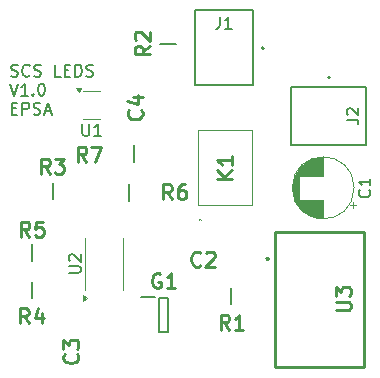
<source format=gbr>
%TF.GenerationSoftware,KiCad,Pcbnew,8.0.2*%
%TF.CreationDate,2024-06-16T16:48:48+02:00*%
%TF.ProjectId,SCS LEDs,53435320-4c45-4447-932e-6b696361645f,rev?*%
%TF.SameCoordinates,Original*%
%TF.FileFunction,Legend,Top*%
%TF.FilePolarity,Positive*%
%FSLAX46Y46*%
G04 Gerber Fmt 4.6, Leading zero omitted, Abs format (unit mm)*
G04 Created by KiCad (PCBNEW 8.0.2) date 2024-06-16 16:48:48*
%MOMM*%
%LPD*%
G01*
G04 APERTURE LIST*
%ADD10C,0.150000*%
%ADD11C,0.254000*%
%ADD12C,0.120000*%
%ADD13C,0.200000*%
%ADD14C,0.100000*%
%ADD15C,0.127000*%
G04 APERTURE END LIST*
D10*
X69605760Y-55047712D02*
X69748617Y-55095331D01*
X69748617Y-55095331D02*
X69986712Y-55095331D01*
X69986712Y-55095331D02*
X70081950Y-55047712D01*
X70081950Y-55047712D02*
X70129569Y-55000092D01*
X70129569Y-55000092D02*
X70177188Y-54904854D01*
X70177188Y-54904854D02*
X70177188Y-54809616D01*
X70177188Y-54809616D02*
X70129569Y-54714378D01*
X70129569Y-54714378D02*
X70081950Y-54666759D01*
X70081950Y-54666759D02*
X69986712Y-54619140D01*
X69986712Y-54619140D02*
X69796236Y-54571521D01*
X69796236Y-54571521D02*
X69700998Y-54523902D01*
X69700998Y-54523902D02*
X69653379Y-54476283D01*
X69653379Y-54476283D02*
X69605760Y-54381045D01*
X69605760Y-54381045D02*
X69605760Y-54285807D01*
X69605760Y-54285807D02*
X69653379Y-54190569D01*
X69653379Y-54190569D02*
X69700998Y-54142950D01*
X69700998Y-54142950D02*
X69796236Y-54095331D01*
X69796236Y-54095331D02*
X70034331Y-54095331D01*
X70034331Y-54095331D02*
X70177188Y-54142950D01*
X71177188Y-55000092D02*
X71129569Y-55047712D01*
X71129569Y-55047712D02*
X70986712Y-55095331D01*
X70986712Y-55095331D02*
X70891474Y-55095331D01*
X70891474Y-55095331D02*
X70748617Y-55047712D01*
X70748617Y-55047712D02*
X70653379Y-54952473D01*
X70653379Y-54952473D02*
X70605760Y-54857235D01*
X70605760Y-54857235D02*
X70558141Y-54666759D01*
X70558141Y-54666759D02*
X70558141Y-54523902D01*
X70558141Y-54523902D02*
X70605760Y-54333426D01*
X70605760Y-54333426D02*
X70653379Y-54238188D01*
X70653379Y-54238188D02*
X70748617Y-54142950D01*
X70748617Y-54142950D02*
X70891474Y-54095331D01*
X70891474Y-54095331D02*
X70986712Y-54095331D01*
X70986712Y-54095331D02*
X71129569Y-54142950D01*
X71129569Y-54142950D02*
X71177188Y-54190569D01*
X71558141Y-55047712D02*
X71700998Y-55095331D01*
X71700998Y-55095331D02*
X71939093Y-55095331D01*
X71939093Y-55095331D02*
X72034331Y-55047712D01*
X72034331Y-55047712D02*
X72081950Y-55000092D01*
X72081950Y-55000092D02*
X72129569Y-54904854D01*
X72129569Y-54904854D02*
X72129569Y-54809616D01*
X72129569Y-54809616D02*
X72081950Y-54714378D01*
X72081950Y-54714378D02*
X72034331Y-54666759D01*
X72034331Y-54666759D02*
X71939093Y-54619140D01*
X71939093Y-54619140D02*
X71748617Y-54571521D01*
X71748617Y-54571521D02*
X71653379Y-54523902D01*
X71653379Y-54523902D02*
X71605760Y-54476283D01*
X71605760Y-54476283D02*
X71558141Y-54381045D01*
X71558141Y-54381045D02*
X71558141Y-54285807D01*
X71558141Y-54285807D02*
X71605760Y-54190569D01*
X71605760Y-54190569D02*
X71653379Y-54142950D01*
X71653379Y-54142950D02*
X71748617Y-54095331D01*
X71748617Y-54095331D02*
X71986712Y-54095331D01*
X71986712Y-54095331D02*
X72129569Y-54142950D01*
X73796236Y-55095331D02*
X73320046Y-55095331D01*
X73320046Y-55095331D02*
X73320046Y-54095331D01*
X74129570Y-54571521D02*
X74462903Y-54571521D01*
X74605760Y-55095331D02*
X74129570Y-55095331D01*
X74129570Y-55095331D02*
X74129570Y-54095331D01*
X74129570Y-54095331D02*
X74605760Y-54095331D01*
X75034332Y-55095331D02*
X75034332Y-54095331D01*
X75034332Y-54095331D02*
X75272427Y-54095331D01*
X75272427Y-54095331D02*
X75415284Y-54142950D01*
X75415284Y-54142950D02*
X75510522Y-54238188D01*
X75510522Y-54238188D02*
X75558141Y-54333426D01*
X75558141Y-54333426D02*
X75605760Y-54523902D01*
X75605760Y-54523902D02*
X75605760Y-54666759D01*
X75605760Y-54666759D02*
X75558141Y-54857235D01*
X75558141Y-54857235D02*
X75510522Y-54952473D01*
X75510522Y-54952473D02*
X75415284Y-55047712D01*
X75415284Y-55047712D02*
X75272427Y-55095331D01*
X75272427Y-55095331D02*
X75034332Y-55095331D01*
X75986713Y-55047712D02*
X76129570Y-55095331D01*
X76129570Y-55095331D02*
X76367665Y-55095331D01*
X76367665Y-55095331D02*
X76462903Y-55047712D01*
X76462903Y-55047712D02*
X76510522Y-55000092D01*
X76510522Y-55000092D02*
X76558141Y-54904854D01*
X76558141Y-54904854D02*
X76558141Y-54809616D01*
X76558141Y-54809616D02*
X76510522Y-54714378D01*
X76510522Y-54714378D02*
X76462903Y-54666759D01*
X76462903Y-54666759D02*
X76367665Y-54619140D01*
X76367665Y-54619140D02*
X76177189Y-54571521D01*
X76177189Y-54571521D02*
X76081951Y-54523902D01*
X76081951Y-54523902D02*
X76034332Y-54476283D01*
X76034332Y-54476283D02*
X75986713Y-54381045D01*
X75986713Y-54381045D02*
X75986713Y-54285807D01*
X75986713Y-54285807D02*
X76034332Y-54190569D01*
X76034332Y-54190569D02*
X76081951Y-54142950D01*
X76081951Y-54142950D02*
X76177189Y-54095331D01*
X76177189Y-54095331D02*
X76415284Y-54095331D01*
X76415284Y-54095331D02*
X76558141Y-54142950D01*
X69510522Y-55705275D02*
X69843855Y-56705275D01*
X69843855Y-56705275D02*
X70177188Y-55705275D01*
X71034331Y-56705275D02*
X70462903Y-56705275D01*
X70748617Y-56705275D02*
X70748617Y-55705275D01*
X70748617Y-55705275D02*
X70653379Y-55848132D01*
X70653379Y-55848132D02*
X70558141Y-55943370D01*
X70558141Y-55943370D02*
X70462903Y-55990989D01*
X71462903Y-56610036D02*
X71510522Y-56657656D01*
X71510522Y-56657656D02*
X71462903Y-56705275D01*
X71462903Y-56705275D02*
X71415284Y-56657656D01*
X71415284Y-56657656D02*
X71462903Y-56610036D01*
X71462903Y-56610036D02*
X71462903Y-56705275D01*
X72129569Y-55705275D02*
X72224807Y-55705275D01*
X72224807Y-55705275D02*
X72320045Y-55752894D01*
X72320045Y-55752894D02*
X72367664Y-55800513D01*
X72367664Y-55800513D02*
X72415283Y-55895751D01*
X72415283Y-55895751D02*
X72462902Y-56086227D01*
X72462902Y-56086227D02*
X72462902Y-56324322D01*
X72462902Y-56324322D02*
X72415283Y-56514798D01*
X72415283Y-56514798D02*
X72367664Y-56610036D01*
X72367664Y-56610036D02*
X72320045Y-56657656D01*
X72320045Y-56657656D02*
X72224807Y-56705275D01*
X72224807Y-56705275D02*
X72129569Y-56705275D01*
X72129569Y-56705275D02*
X72034331Y-56657656D01*
X72034331Y-56657656D02*
X71986712Y-56610036D01*
X71986712Y-56610036D02*
X71939093Y-56514798D01*
X71939093Y-56514798D02*
X71891474Y-56324322D01*
X71891474Y-56324322D02*
X71891474Y-56086227D01*
X71891474Y-56086227D02*
X71939093Y-55895751D01*
X71939093Y-55895751D02*
X71986712Y-55800513D01*
X71986712Y-55800513D02*
X72034331Y-55752894D01*
X72034331Y-55752894D02*
X72129569Y-55705275D01*
X69653379Y-57791409D02*
X69986712Y-57791409D01*
X70129569Y-58315219D02*
X69653379Y-58315219D01*
X69653379Y-58315219D02*
X69653379Y-57315219D01*
X69653379Y-57315219D02*
X70129569Y-57315219D01*
X70558141Y-58315219D02*
X70558141Y-57315219D01*
X70558141Y-57315219D02*
X70939093Y-57315219D01*
X70939093Y-57315219D02*
X71034331Y-57362838D01*
X71034331Y-57362838D02*
X71081950Y-57410457D01*
X71081950Y-57410457D02*
X71129569Y-57505695D01*
X71129569Y-57505695D02*
X71129569Y-57648552D01*
X71129569Y-57648552D02*
X71081950Y-57743790D01*
X71081950Y-57743790D02*
X71034331Y-57791409D01*
X71034331Y-57791409D02*
X70939093Y-57839028D01*
X70939093Y-57839028D02*
X70558141Y-57839028D01*
X71510522Y-58267600D02*
X71653379Y-58315219D01*
X71653379Y-58315219D02*
X71891474Y-58315219D01*
X71891474Y-58315219D02*
X71986712Y-58267600D01*
X71986712Y-58267600D02*
X72034331Y-58219980D01*
X72034331Y-58219980D02*
X72081950Y-58124742D01*
X72081950Y-58124742D02*
X72081950Y-58029504D01*
X72081950Y-58029504D02*
X72034331Y-57934266D01*
X72034331Y-57934266D02*
X71986712Y-57886647D01*
X71986712Y-57886647D02*
X71891474Y-57839028D01*
X71891474Y-57839028D02*
X71700998Y-57791409D01*
X71700998Y-57791409D02*
X71605760Y-57743790D01*
X71605760Y-57743790D02*
X71558141Y-57696171D01*
X71558141Y-57696171D02*
X71510522Y-57600933D01*
X71510522Y-57600933D02*
X71510522Y-57505695D01*
X71510522Y-57505695D02*
X71558141Y-57410457D01*
X71558141Y-57410457D02*
X71605760Y-57362838D01*
X71605760Y-57362838D02*
X71700998Y-57315219D01*
X71700998Y-57315219D02*
X71939093Y-57315219D01*
X71939093Y-57315219D02*
X72081950Y-57362838D01*
X72462903Y-58029504D02*
X72939093Y-58029504D01*
X72367665Y-58315219D02*
X72700998Y-57315219D01*
X72700998Y-57315219D02*
X73034331Y-58315219D01*
X74499819Y-71704504D02*
X75309342Y-71704504D01*
X75309342Y-71704504D02*
X75404580Y-71656885D01*
X75404580Y-71656885D02*
X75452200Y-71609266D01*
X75452200Y-71609266D02*
X75499819Y-71514028D01*
X75499819Y-71514028D02*
X75499819Y-71323552D01*
X75499819Y-71323552D02*
X75452200Y-71228314D01*
X75452200Y-71228314D02*
X75404580Y-71180695D01*
X75404580Y-71180695D02*
X75309342Y-71133076D01*
X75309342Y-71133076D02*
X74499819Y-71133076D01*
X74595057Y-70704504D02*
X74547438Y-70656885D01*
X74547438Y-70656885D02*
X74499819Y-70561647D01*
X74499819Y-70561647D02*
X74499819Y-70323552D01*
X74499819Y-70323552D02*
X74547438Y-70228314D01*
X74547438Y-70228314D02*
X74595057Y-70180695D01*
X74595057Y-70180695D02*
X74690295Y-70133076D01*
X74690295Y-70133076D02*
X74785533Y-70133076D01*
X74785533Y-70133076D02*
X74928390Y-70180695D01*
X74928390Y-70180695D02*
X75499819Y-70752123D01*
X75499819Y-70752123D02*
X75499819Y-70133076D01*
D11*
X88065234Y-76520318D02*
X87641900Y-75915556D01*
X87339519Y-76520318D02*
X87339519Y-75250318D01*
X87339519Y-75250318D02*
X87823329Y-75250318D01*
X87823329Y-75250318D02*
X87944281Y-75310794D01*
X87944281Y-75310794D02*
X88004758Y-75371270D01*
X88004758Y-75371270D02*
X88065234Y-75492222D01*
X88065234Y-75492222D02*
X88065234Y-75673651D01*
X88065234Y-75673651D02*
X88004758Y-75794603D01*
X88004758Y-75794603D02*
X87944281Y-75855080D01*
X87944281Y-75855080D02*
X87823329Y-75915556D01*
X87823329Y-75915556D02*
X87339519Y-75915556D01*
X89274758Y-76520318D02*
X88549043Y-76520318D01*
X88911900Y-76520318D02*
X88911900Y-75250318D01*
X88911900Y-75250318D02*
X88790948Y-75431746D01*
X88790948Y-75431746D02*
X88669996Y-75552699D01*
X88669996Y-75552699D02*
X88549043Y-75613175D01*
D10*
X99927580Y-64682666D02*
X99975200Y-64730285D01*
X99975200Y-64730285D02*
X100022819Y-64873142D01*
X100022819Y-64873142D02*
X100022819Y-64968380D01*
X100022819Y-64968380D02*
X99975200Y-65111237D01*
X99975200Y-65111237D02*
X99879961Y-65206475D01*
X99879961Y-65206475D02*
X99784723Y-65254094D01*
X99784723Y-65254094D02*
X99594247Y-65301713D01*
X99594247Y-65301713D02*
X99451390Y-65301713D01*
X99451390Y-65301713D02*
X99260914Y-65254094D01*
X99260914Y-65254094D02*
X99165676Y-65206475D01*
X99165676Y-65206475D02*
X99070438Y-65111237D01*
X99070438Y-65111237D02*
X99022819Y-64968380D01*
X99022819Y-64968380D02*
X99022819Y-64873142D01*
X99022819Y-64873142D02*
X99070438Y-64730285D01*
X99070438Y-64730285D02*
X99118057Y-64682666D01*
X100022819Y-63730285D02*
X100022819Y-64301713D01*
X100022819Y-64015999D02*
X99022819Y-64015999D01*
X99022819Y-64015999D02*
X99165676Y-64111237D01*
X99165676Y-64111237D02*
X99260914Y-64206475D01*
X99260914Y-64206475D02*
X99308533Y-64301713D01*
D11*
X72864133Y-63312318D02*
X72440799Y-62707556D01*
X72138418Y-63312318D02*
X72138418Y-62042318D01*
X72138418Y-62042318D02*
X72622228Y-62042318D01*
X72622228Y-62042318D02*
X72743180Y-62102794D01*
X72743180Y-62102794D02*
X72803657Y-62163270D01*
X72803657Y-62163270D02*
X72864133Y-62284222D01*
X72864133Y-62284222D02*
X72864133Y-62465651D01*
X72864133Y-62465651D02*
X72803657Y-62586603D01*
X72803657Y-62586603D02*
X72743180Y-62647080D01*
X72743180Y-62647080D02*
X72622228Y-62707556D01*
X72622228Y-62707556D02*
X72138418Y-62707556D01*
X73287466Y-62042318D02*
X74073657Y-62042318D01*
X74073657Y-62042318D02*
X73650323Y-62526127D01*
X73650323Y-62526127D02*
X73831752Y-62526127D01*
X73831752Y-62526127D02*
X73952704Y-62586603D01*
X73952704Y-62586603D02*
X74013180Y-62647080D01*
X74013180Y-62647080D02*
X74073657Y-62768032D01*
X74073657Y-62768032D02*
X74073657Y-63070413D01*
X74073657Y-63070413D02*
X74013180Y-63191365D01*
X74013180Y-63191365D02*
X73952704Y-63251842D01*
X73952704Y-63251842D02*
X73831752Y-63312318D01*
X73831752Y-63312318D02*
X73468895Y-63312318D01*
X73468895Y-63312318D02*
X73347942Y-63251842D01*
X73347942Y-63251842D02*
X73287466Y-63191365D01*
X88331318Y-63757381D02*
X87061318Y-63757381D01*
X88331318Y-63031666D02*
X87605603Y-63575952D01*
X87061318Y-63031666D02*
X87787032Y-63757381D01*
X88331318Y-61822142D02*
X88331318Y-62547857D01*
X88331318Y-62185000D02*
X87061318Y-62185000D01*
X87061318Y-62185000D02*
X87242746Y-62305952D01*
X87242746Y-62305952D02*
X87363699Y-62426904D01*
X87363699Y-62426904D02*
X87424175Y-62547857D01*
X82247857Y-71793755D02*
X82126904Y-71733279D01*
X82126904Y-71733279D02*
X81945476Y-71733279D01*
X81945476Y-71733279D02*
X81764047Y-71793755D01*
X81764047Y-71793755D02*
X81643095Y-71914707D01*
X81643095Y-71914707D02*
X81582618Y-72035660D01*
X81582618Y-72035660D02*
X81522142Y-72277564D01*
X81522142Y-72277564D02*
X81522142Y-72458993D01*
X81522142Y-72458993D02*
X81582618Y-72700898D01*
X81582618Y-72700898D02*
X81643095Y-72821850D01*
X81643095Y-72821850D02*
X81764047Y-72942803D01*
X81764047Y-72942803D02*
X81945476Y-73003279D01*
X81945476Y-73003279D02*
X82066428Y-73003279D01*
X82066428Y-73003279D02*
X82247857Y-72942803D01*
X82247857Y-72942803D02*
X82308333Y-72882326D01*
X82308333Y-72882326D02*
X82308333Y-72458993D01*
X82308333Y-72458993D02*
X82066428Y-72458993D01*
X83517857Y-73003279D02*
X82792142Y-73003279D01*
X83154999Y-73003279D02*
X83154999Y-71733279D01*
X83154999Y-71733279D02*
X83034047Y-71914707D01*
X83034047Y-71914707D02*
X82913095Y-72035660D01*
X82913095Y-72035660D02*
X82792142Y-72096136D01*
D10*
X87296666Y-50051619D02*
X87296666Y-50765904D01*
X87296666Y-50765904D02*
X87249047Y-50908761D01*
X87249047Y-50908761D02*
X87153809Y-51004000D01*
X87153809Y-51004000D02*
X87010952Y-51051619D01*
X87010952Y-51051619D02*
X86915714Y-51051619D01*
X88296666Y-51051619D02*
X87725238Y-51051619D01*
X88010952Y-51051619D02*
X88010952Y-50051619D01*
X88010952Y-50051619D02*
X87915714Y-50194476D01*
X87915714Y-50194476D02*
X87820476Y-50289714D01*
X87820476Y-50289714D02*
X87725238Y-50337333D01*
D11*
X80615765Y-57920466D02*
X80676242Y-57980942D01*
X80676242Y-57980942D02*
X80736718Y-58162371D01*
X80736718Y-58162371D02*
X80736718Y-58283323D01*
X80736718Y-58283323D02*
X80676242Y-58464752D01*
X80676242Y-58464752D02*
X80555289Y-58585704D01*
X80555289Y-58585704D02*
X80434337Y-58646181D01*
X80434337Y-58646181D02*
X80192432Y-58706657D01*
X80192432Y-58706657D02*
X80011003Y-58706657D01*
X80011003Y-58706657D02*
X79769099Y-58646181D01*
X79769099Y-58646181D02*
X79648146Y-58585704D01*
X79648146Y-58585704D02*
X79527194Y-58464752D01*
X79527194Y-58464752D02*
X79466718Y-58283323D01*
X79466718Y-58283323D02*
X79466718Y-58162371D01*
X79466718Y-58162371D02*
X79527194Y-57980942D01*
X79527194Y-57980942D02*
X79587670Y-57920466D01*
X79890051Y-56831895D02*
X80736718Y-56831895D01*
X79406242Y-57134276D02*
X80313384Y-57436657D01*
X80313384Y-57436657D02*
X80313384Y-56650466D01*
X71150432Y-68646318D02*
X70727098Y-68041556D01*
X70424717Y-68646318D02*
X70424717Y-67376318D01*
X70424717Y-67376318D02*
X70908527Y-67376318D01*
X70908527Y-67376318D02*
X71029479Y-67436794D01*
X71029479Y-67436794D02*
X71089956Y-67497270D01*
X71089956Y-67497270D02*
X71150432Y-67618222D01*
X71150432Y-67618222D02*
X71150432Y-67799651D01*
X71150432Y-67799651D02*
X71089956Y-67920603D01*
X71089956Y-67920603D02*
X71029479Y-67981080D01*
X71029479Y-67981080D02*
X70908527Y-68041556D01*
X70908527Y-68041556D02*
X70424717Y-68041556D01*
X72299479Y-67376318D02*
X71694717Y-67376318D01*
X71694717Y-67376318D02*
X71634241Y-67981080D01*
X71634241Y-67981080D02*
X71694717Y-67920603D01*
X71694717Y-67920603D02*
X71815670Y-67860127D01*
X71815670Y-67860127D02*
X72118051Y-67860127D01*
X72118051Y-67860127D02*
X72239003Y-67920603D01*
X72239003Y-67920603D02*
X72299479Y-67981080D01*
X72299479Y-67981080D02*
X72359956Y-68102032D01*
X72359956Y-68102032D02*
X72359956Y-68404413D01*
X72359956Y-68404413D02*
X72299479Y-68525365D01*
X72299479Y-68525365D02*
X72239003Y-68585842D01*
X72239003Y-68585842D02*
X72118051Y-68646318D01*
X72118051Y-68646318D02*
X71815670Y-68646318D01*
X71815670Y-68646318D02*
X71694717Y-68585842D01*
X71694717Y-68585842D02*
X71634241Y-68525365D01*
X71111533Y-75986918D02*
X70688199Y-75382156D01*
X70385818Y-75986918D02*
X70385818Y-74716918D01*
X70385818Y-74716918D02*
X70869628Y-74716918D01*
X70869628Y-74716918D02*
X70990580Y-74777394D01*
X70990580Y-74777394D02*
X71051057Y-74837870D01*
X71051057Y-74837870D02*
X71111533Y-74958822D01*
X71111533Y-74958822D02*
X71111533Y-75140251D01*
X71111533Y-75140251D02*
X71051057Y-75261203D01*
X71051057Y-75261203D02*
X70990580Y-75321680D01*
X70990580Y-75321680D02*
X70869628Y-75382156D01*
X70869628Y-75382156D02*
X70385818Y-75382156D01*
X72200104Y-75140251D02*
X72200104Y-75986918D01*
X71897723Y-74656442D02*
X71595342Y-75563584D01*
X71595342Y-75563584D02*
X72381533Y-75563584D01*
X75180165Y-78570666D02*
X75240642Y-78631142D01*
X75240642Y-78631142D02*
X75301118Y-78812571D01*
X75301118Y-78812571D02*
X75301118Y-78933523D01*
X75301118Y-78933523D02*
X75240642Y-79114952D01*
X75240642Y-79114952D02*
X75119689Y-79235904D01*
X75119689Y-79235904D02*
X74998737Y-79296381D01*
X74998737Y-79296381D02*
X74756832Y-79356857D01*
X74756832Y-79356857D02*
X74575403Y-79356857D01*
X74575403Y-79356857D02*
X74333499Y-79296381D01*
X74333499Y-79296381D02*
X74212546Y-79235904D01*
X74212546Y-79235904D02*
X74091594Y-79114952D01*
X74091594Y-79114952D02*
X74031118Y-78933523D01*
X74031118Y-78933523D02*
X74031118Y-78812571D01*
X74031118Y-78812571D02*
X74091594Y-78631142D01*
X74091594Y-78631142D02*
X74152070Y-78570666D01*
X74031118Y-78147333D02*
X74031118Y-77361142D01*
X74031118Y-77361142D02*
X74514927Y-77784476D01*
X74514927Y-77784476D02*
X74514927Y-77603047D01*
X74514927Y-77603047D02*
X74575403Y-77482095D01*
X74575403Y-77482095D02*
X74635880Y-77421619D01*
X74635880Y-77421619D02*
X74756832Y-77361142D01*
X74756832Y-77361142D02*
X75059213Y-77361142D01*
X75059213Y-77361142D02*
X75180165Y-77421619D01*
X75180165Y-77421619D02*
X75240642Y-77482095D01*
X75240642Y-77482095D02*
X75301118Y-77603047D01*
X75301118Y-77603047D02*
X75301118Y-77965904D01*
X75301118Y-77965904D02*
X75240642Y-78086857D01*
X75240642Y-78086857D02*
X75180165Y-78147333D01*
X75988333Y-62296318D02*
X75564999Y-61691556D01*
X75262618Y-62296318D02*
X75262618Y-61026318D01*
X75262618Y-61026318D02*
X75746428Y-61026318D01*
X75746428Y-61026318D02*
X75867380Y-61086794D01*
X75867380Y-61086794D02*
X75927857Y-61147270D01*
X75927857Y-61147270D02*
X75988333Y-61268222D01*
X75988333Y-61268222D02*
X75988333Y-61449651D01*
X75988333Y-61449651D02*
X75927857Y-61570603D01*
X75927857Y-61570603D02*
X75867380Y-61631080D01*
X75867380Y-61631080D02*
X75746428Y-61691556D01*
X75746428Y-61691556D02*
X75262618Y-61691556D01*
X76411666Y-61026318D02*
X77258333Y-61026318D01*
X77258333Y-61026318D02*
X76714047Y-62296318D01*
X85640333Y-71065365D02*
X85579857Y-71125842D01*
X85579857Y-71125842D02*
X85398428Y-71186318D01*
X85398428Y-71186318D02*
X85277476Y-71186318D01*
X85277476Y-71186318D02*
X85096047Y-71125842D01*
X85096047Y-71125842D02*
X84975095Y-71004889D01*
X84975095Y-71004889D02*
X84914618Y-70883937D01*
X84914618Y-70883937D02*
X84854142Y-70642032D01*
X84854142Y-70642032D02*
X84854142Y-70460603D01*
X84854142Y-70460603D02*
X84914618Y-70218699D01*
X84914618Y-70218699D02*
X84975095Y-70097746D01*
X84975095Y-70097746D02*
X85096047Y-69976794D01*
X85096047Y-69976794D02*
X85277476Y-69916318D01*
X85277476Y-69916318D02*
X85398428Y-69916318D01*
X85398428Y-69916318D02*
X85579857Y-69976794D01*
X85579857Y-69976794D02*
X85640333Y-70037270D01*
X86124142Y-70037270D02*
X86184618Y-69976794D01*
X86184618Y-69976794D02*
X86305571Y-69916318D01*
X86305571Y-69916318D02*
X86607952Y-69916318D01*
X86607952Y-69916318D02*
X86728904Y-69976794D01*
X86728904Y-69976794D02*
X86789380Y-70037270D01*
X86789380Y-70037270D02*
X86849857Y-70158222D01*
X86849857Y-70158222D02*
X86849857Y-70279175D01*
X86849857Y-70279175D02*
X86789380Y-70460603D01*
X86789380Y-70460603D02*
X86063666Y-71186318D01*
X86063666Y-71186318D02*
X86849857Y-71186318D01*
D10*
X98006819Y-58753333D02*
X98721104Y-58753333D01*
X98721104Y-58753333D02*
X98863961Y-58800952D01*
X98863961Y-58800952D02*
X98959200Y-58896190D01*
X98959200Y-58896190D02*
X99006819Y-59039047D01*
X99006819Y-59039047D02*
X99006819Y-59134285D01*
X98102057Y-58324761D02*
X98054438Y-58277142D01*
X98054438Y-58277142D02*
X98006819Y-58181904D01*
X98006819Y-58181904D02*
X98006819Y-57943809D01*
X98006819Y-57943809D02*
X98054438Y-57848571D01*
X98054438Y-57848571D02*
X98102057Y-57800952D01*
X98102057Y-57800952D02*
X98197295Y-57753333D01*
X98197295Y-57753333D02*
X98292533Y-57753333D01*
X98292533Y-57753333D02*
X98435390Y-57800952D01*
X98435390Y-57800952D02*
X99006819Y-58372380D01*
X99006819Y-58372380D02*
X99006819Y-57753333D01*
D11*
X81346318Y-52498365D02*
X80741556Y-52921699D01*
X81346318Y-53224080D02*
X80076318Y-53224080D01*
X80076318Y-53224080D02*
X80076318Y-52740270D01*
X80076318Y-52740270D02*
X80136794Y-52619318D01*
X80136794Y-52619318D02*
X80197270Y-52558841D01*
X80197270Y-52558841D02*
X80318222Y-52498365D01*
X80318222Y-52498365D02*
X80499651Y-52498365D01*
X80499651Y-52498365D02*
X80620603Y-52558841D01*
X80620603Y-52558841D02*
X80681080Y-52619318D01*
X80681080Y-52619318D02*
X80741556Y-52740270D01*
X80741556Y-52740270D02*
X80741556Y-53224080D01*
X80197270Y-52014556D02*
X80136794Y-51954080D01*
X80136794Y-51954080D02*
X80076318Y-51833127D01*
X80076318Y-51833127D02*
X80076318Y-51530746D01*
X80076318Y-51530746D02*
X80136794Y-51409794D01*
X80136794Y-51409794D02*
X80197270Y-51349318D01*
X80197270Y-51349318D02*
X80318222Y-51288841D01*
X80318222Y-51288841D02*
X80439175Y-51288841D01*
X80439175Y-51288841D02*
X80620603Y-51349318D01*
X80620603Y-51349318D02*
X81346318Y-52075032D01*
X81346318Y-52075032D02*
X81346318Y-51288841D01*
X83227333Y-65471318D02*
X82803999Y-64866556D01*
X82501618Y-65471318D02*
X82501618Y-64201318D01*
X82501618Y-64201318D02*
X82985428Y-64201318D01*
X82985428Y-64201318D02*
X83106380Y-64261794D01*
X83106380Y-64261794D02*
X83166857Y-64322270D01*
X83166857Y-64322270D02*
X83227333Y-64443222D01*
X83227333Y-64443222D02*
X83227333Y-64624651D01*
X83227333Y-64624651D02*
X83166857Y-64745603D01*
X83166857Y-64745603D02*
X83106380Y-64806080D01*
X83106380Y-64806080D02*
X82985428Y-64866556D01*
X82985428Y-64866556D02*
X82501618Y-64866556D01*
X84315904Y-64201318D02*
X84073999Y-64201318D01*
X84073999Y-64201318D02*
X83953047Y-64261794D01*
X83953047Y-64261794D02*
X83892571Y-64322270D01*
X83892571Y-64322270D02*
X83771618Y-64503699D01*
X83771618Y-64503699D02*
X83711142Y-64745603D01*
X83711142Y-64745603D02*
X83711142Y-65229413D01*
X83711142Y-65229413D02*
X83771618Y-65350365D01*
X83771618Y-65350365D02*
X83832095Y-65410842D01*
X83832095Y-65410842D02*
X83953047Y-65471318D01*
X83953047Y-65471318D02*
X84194952Y-65471318D01*
X84194952Y-65471318D02*
X84315904Y-65410842D01*
X84315904Y-65410842D02*
X84376380Y-65350365D01*
X84376380Y-65350365D02*
X84436857Y-65229413D01*
X84436857Y-65229413D02*
X84436857Y-64927032D01*
X84436857Y-64927032D02*
X84376380Y-64806080D01*
X84376380Y-64806080D02*
X84315904Y-64745603D01*
X84315904Y-64745603D02*
X84194952Y-64685127D01*
X84194952Y-64685127D02*
X83953047Y-64685127D01*
X83953047Y-64685127D02*
X83832095Y-64745603D01*
X83832095Y-64745603D02*
X83771618Y-64806080D01*
X83771618Y-64806080D02*
X83711142Y-64927032D01*
X97094318Y-74881619D02*
X98122413Y-74881619D01*
X98122413Y-74881619D02*
X98243365Y-74821142D01*
X98243365Y-74821142D02*
X98303842Y-74760666D01*
X98303842Y-74760666D02*
X98364318Y-74639714D01*
X98364318Y-74639714D02*
X98364318Y-74397809D01*
X98364318Y-74397809D02*
X98303842Y-74276857D01*
X98303842Y-74276857D02*
X98243365Y-74216380D01*
X98243365Y-74216380D02*
X98122413Y-74155904D01*
X98122413Y-74155904D02*
X97094318Y-74155904D01*
X97094318Y-73672095D02*
X97094318Y-72885904D01*
X97094318Y-72885904D02*
X97578127Y-73309238D01*
X97578127Y-73309238D02*
X97578127Y-73127809D01*
X97578127Y-73127809D02*
X97638603Y-73006857D01*
X97638603Y-73006857D02*
X97699080Y-72946381D01*
X97699080Y-72946381D02*
X97820032Y-72885904D01*
X97820032Y-72885904D02*
X98122413Y-72885904D01*
X98122413Y-72885904D02*
X98243365Y-72946381D01*
X98243365Y-72946381D02*
X98303842Y-73006857D01*
X98303842Y-73006857D02*
X98364318Y-73127809D01*
X98364318Y-73127809D02*
X98364318Y-73490666D01*
X98364318Y-73490666D02*
X98303842Y-73611619D01*
X98303842Y-73611619D02*
X98243365Y-73672095D01*
D10*
X75641295Y-59094019D02*
X75641295Y-59903542D01*
X75641295Y-59903542D02*
X75688914Y-59998780D01*
X75688914Y-59998780D02*
X75736533Y-60046400D01*
X75736533Y-60046400D02*
X75831771Y-60094019D01*
X75831771Y-60094019D02*
X76022247Y-60094019D01*
X76022247Y-60094019D02*
X76117485Y-60046400D01*
X76117485Y-60046400D02*
X76165104Y-59998780D01*
X76165104Y-59998780D02*
X76212723Y-59903542D01*
X76212723Y-59903542D02*
X76212723Y-59094019D01*
X77212723Y-60094019D02*
X76641295Y-60094019D01*
X76927009Y-60094019D02*
X76927009Y-59094019D01*
X76927009Y-59094019D02*
X76831771Y-59236876D01*
X76831771Y-59236876D02*
X76736533Y-59332114D01*
X76736533Y-59332114D02*
X76641295Y-59379733D01*
D12*
%TO.C,U2*%
X75885000Y-70942600D02*
X75885000Y-68742600D01*
X75885000Y-70942600D02*
X75885000Y-73142600D01*
X79105000Y-70942600D02*
X79105000Y-68742600D01*
X79105000Y-70942600D02*
X79105000Y-73142600D01*
X76060000Y-73842600D02*
X75730000Y-74082600D01*
X75730000Y-73602600D01*
X76060000Y-73842600D01*
G36*
X76060000Y-73842600D02*
G01*
X75730000Y-74082600D01*
X75730000Y-73602600D01*
X76060000Y-73842600D01*
G37*
D13*
%TO.C,R1*%
X88265000Y-74360000D02*
X88265000Y-72960000D01*
D12*
%TO.C,C1*%
X93427000Y-64800000D02*
X93427000Y-64232000D01*
X93467000Y-65034000D02*
X93467000Y-63998000D01*
X93507000Y-65193000D02*
X93507000Y-63839000D01*
X93547000Y-65321000D02*
X93547000Y-63711000D01*
X93587000Y-65431000D02*
X93587000Y-63601000D01*
X93627000Y-65527000D02*
X93627000Y-63505000D01*
X93667000Y-65614000D02*
X93667000Y-63418000D01*
X93707000Y-65694000D02*
X93707000Y-63338000D01*
X93747000Y-65767000D02*
X93747000Y-63265000D01*
X93787000Y-65835000D02*
X93787000Y-63197000D01*
X93827000Y-65899000D02*
X93827000Y-63133000D01*
X93867000Y-65959000D02*
X93867000Y-63073000D01*
X93907000Y-66016000D02*
X93907000Y-63016000D01*
X93947000Y-66070000D02*
X93947000Y-62962000D01*
X93987000Y-66121000D02*
X93987000Y-62911000D01*
X94027000Y-63476000D02*
X94027000Y-62863000D01*
X94027000Y-66169000D02*
X94027000Y-65556000D01*
X94067000Y-63476000D02*
X94067000Y-62817000D01*
X94067000Y-66215000D02*
X94067000Y-65556000D01*
X94107000Y-63476000D02*
X94107000Y-62773000D01*
X94107000Y-66259000D02*
X94107000Y-65556000D01*
X94147000Y-63476000D02*
X94147000Y-62731000D01*
X94147000Y-66301000D02*
X94147000Y-65556000D01*
X94187000Y-63476000D02*
X94187000Y-62690000D01*
X94187000Y-66342000D02*
X94187000Y-65556000D01*
X94227000Y-63476000D02*
X94227000Y-62652000D01*
X94227000Y-66380000D02*
X94227000Y-65556000D01*
X94267000Y-63476000D02*
X94267000Y-62615000D01*
X94267000Y-66417000D02*
X94267000Y-65556000D01*
X94307000Y-63476000D02*
X94307000Y-62579000D01*
X94307000Y-66453000D02*
X94307000Y-65556000D01*
X94347000Y-63476000D02*
X94347000Y-62545000D01*
X94347000Y-66487000D02*
X94347000Y-65556000D01*
X94387000Y-63476000D02*
X94387000Y-62512000D01*
X94387000Y-66520000D02*
X94387000Y-65556000D01*
X94427000Y-63476000D02*
X94427000Y-62481000D01*
X94427000Y-66551000D02*
X94427000Y-65556000D01*
X94467000Y-63476000D02*
X94467000Y-62451000D01*
X94467000Y-66581000D02*
X94467000Y-65556000D01*
X94507000Y-63476000D02*
X94507000Y-62421000D01*
X94507000Y-66611000D02*
X94507000Y-65556000D01*
X94547000Y-63476000D02*
X94547000Y-62394000D01*
X94547000Y-66638000D02*
X94547000Y-65556000D01*
X94587000Y-63476000D02*
X94587000Y-62367000D01*
X94587000Y-66665000D02*
X94587000Y-65556000D01*
X94627000Y-63476000D02*
X94627000Y-62341000D01*
X94627000Y-66691000D02*
X94627000Y-65556000D01*
X94667000Y-63476000D02*
X94667000Y-62316000D01*
X94667000Y-66716000D02*
X94667000Y-65556000D01*
X94707000Y-63476000D02*
X94707000Y-62292000D01*
X94707000Y-66740000D02*
X94707000Y-65556000D01*
X94747000Y-63476000D02*
X94747000Y-62269000D01*
X94747000Y-66763000D02*
X94747000Y-65556000D01*
X94787000Y-63476000D02*
X94787000Y-62248000D01*
X94787000Y-66784000D02*
X94787000Y-65556000D01*
X94827000Y-63476000D02*
X94827000Y-62226000D01*
X94827000Y-66806000D02*
X94827000Y-65556000D01*
X94867000Y-63476000D02*
X94867000Y-62206000D01*
X94867000Y-66826000D02*
X94867000Y-65556000D01*
X94907000Y-63476000D02*
X94907000Y-62187000D01*
X94907000Y-66845000D02*
X94907000Y-65556000D01*
X94947000Y-63476000D02*
X94947000Y-62168000D01*
X94947000Y-66864000D02*
X94947000Y-65556000D01*
X94987000Y-63476000D02*
X94987000Y-62151000D01*
X94987000Y-66881000D02*
X94987000Y-65556000D01*
X95027000Y-63476000D02*
X95027000Y-62134000D01*
X95027000Y-66898000D02*
X95027000Y-65556000D01*
X95067000Y-63476000D02*
X95067000Y-62118000D01*
X95067000Y-66914000D02*
X95067000Y-65556000D01*
X95107000Y-63476000D02*
X95107000Y-62102000D01*
X95107000Y-66930000D02*
X95107000Y-65556000D01*
X95147000Y-63476000D02*
X95147000Y-62088000D01*
X95147000Y-66944000D02*
X95147000Y-65556000D01*
X95187000Y-63476000D02*
X95187000Y-62074000D01*
X95187000Y-66958000D02*
X95187000Y-65556000D01*
X95227000Y-63476000D02*
X95227000Y-62061000D01*
X95227000Y-66971000D02*
X95227000Y-65556000D01*
X95267000Y-63476000D02*
X95267000Y-62048000D01*
X95267000Y-66984000D02*
X95267000Y-65556000D01*
X95307000Y-63476000D02*
X95307000Y-62036000D01*
X95307000Y-66996000D02*
X95307000Y-65556000D01*
X95348000Y-63476000D02*
X95348000Y-62025000D01*
X95348000Y-67007000D02*
X95348000Y-65556000D01*
X95388000Y-63476000D02*
X95388000Y-62015000D01*
X95388000Y-67017000D02*
X95388000Y-65556000D01*
X95428000Y-63476000D02*
X95428000Y-62005000D01*
X95428000Y-67027000D02*
X95428000Y-65556000D01*
X95468000Y-63476000D02*
X95468000Y-61996000D01*
X95468000Y-67036000D02*
X95468000Y-65556000D01*
X95508000Y-63476000D02*
X95508000Y-61988000D01*
X95508000Y-67044000D02*
X95508000Y-65556000D01*
X95548000Y-63476000D02*
X95548000Y-61980000D01*
X95548000Y-67052000D02*
X95548000Y-65556000D01*
X95588000Y-63476000D02*
X95588000Y-61973000D01*
X95588000Y-67059000D02*
X95588000Y-65556000D01*
X95628000Y-63476000D02*
X95628000Y-61966000D01*
X95628000Y-67066000D02*
X95628000Y-65556000D01*
X95668000Y-63476000D02*
X95668000Y-61960000D01*
X95668000Y-67072000D02*
X95668000Y-65556000D01*
X95708000Y-63476000D02*
X95708000Y-61955000D01*
X95708000Y-67077000D02*
X95708000Y-65556000D01*
X95748000Y-63476000D02*
X95748000Y-61951000D01*
X95748000Y-67081000D02*
X95748000Y-65556000D01*
X95788000Y-63476000D02*
X95788000Y-61947000D01*
X95788000Y-67085000D02*
X95788000Y-65556000D01*
X95828000Y-63476000D02*
X95828000Y-61943000D01*
X95828000Y-67089000D02*
X95828000Y-65556000D01*
X95868000Y-63476000D02*
X95868000Y-61940000D01*
X95868000Y-67092000D02*
X95868000Y-65556000D01*
X95908000Y-63476000D02*
X95908000Y-61938000D01*
X95908000Y-67094000D02*
X95908000Y-65556000D01*
X95948000Y-63476000D02*
X95948000Y-61937000D01*
X95948000Y-67095000D02*
X95948000Y-65556000D01*
X95988000Y-63476000D02*
X95988000Y-61936000D01*
X95988000Y-67096000D02*
X95988000Y-65556000D01*
X96028000Y-63476000D02*
X96028000Y-61936000D01*
X96028000Y-67096000D02*
X96028000Y-65556000D01*
X98582775Y-66241000D02*
X98582775Y-65741000D01*
X98832775Y-65991000D02*
X98332775Y-65991000D01*
X98648000Y-64516000D02*
G75*
G02*
X93408000Y-64516000I-2620000J0D01*
G01*
X93408000Y-64516000D02*
G75*
G02*
X98648000Y-64516000I2620000J0D01*
G01*
D13*
%TO.C,R3*%
X73152000Y-64070000D02*
X73152000Y-65470000D01*
D14*
%TO.C,K1*%
X85471000Y-59645000D02*
X90043000Y-59645000D01*
X85471000Y-65995000D02*
X85471000Y-59645000D01*
X85557000Y-67220000D02*
X85557000Y-67220000D01*
X85657000Y-67220000D02*
X85657000Y-67220000D01*
X90043000Y-59645000D02*
X90043000Y-65995000D01*
X90043000Y-65995000D02*
X85471000Y-65995000D01*
X85557000Y-67220000D02*
G75*
G02*
X85657000Y-67220000I50000J0D01*
G01*
X85657000Y-67220000D02*
G75*
G02*
X85557000Y-67220000I-50000J0D01*
G01*
D13*
%TO.C,G1*%
X80645000Y-73750000D02*
X81795000Y-73750000D01*
X82145000Y-73800000D02*
X82895000Y-73800000D01*
X82145000Y-76700000D02*
X82145000Y-73800000D01*
X82895000Y-73800000D02*
X82895000Y-76700000D01*
X82895000Y-76700000D02*
X82145000Y-76700000D01*
D15*
%TO.C,J1*%
X85165000Y-49455000D02*
X90095000Y-49455000D01*
X85165000Y-55805000D02*
X85165000Y-49455000D01*
X90095000Y-49455000D02*
X90095000Y-55805000D01*
X90095000Y-55805000D02*
X85165000Y-55805000D01*
D13*
X91000000Y-52705000D02*
G75*
G02*
X90800000Y-52705000I-100000J0D01*
G01*
X90800000Y-52705000D02*
G75*
G02*
X91000000Y-52705000I100000J0D01*
G01*
%TO.C,R5*%
X71374000Y-72452000D02*
X71374000Y-73852000D01*
%TO.C,R4*%
X71374000Y-70677000D02*
X71374000Y-69277000D01*
%TO.C,R7*%
X80010000Y-62295000D02*
X80010000Y-60895000D01*
D15*
%TO.C,J2*%
X93270000Y-55955000D02*
X99620000Y-55955000D01*
X93270000Y-60885000D02*
X93270000Y-55955000D01*
X99620000Y-55955000D02*
X99620000Y-60885000D01*
X99620000Y-60885000D02*
X93270000Y-60885000D01*
D13*
X96620000Y-55150000D02*
G75*
G02*
X96420000Y-55150000I-100000J0D01*
G01*
X96420000Y-55150000D02*
G75*
G02*
X96620000Y-55150000I100000J0D01*
G01*
%TO.C,R2*%
X83605600Y-52298600D02*
X82205600Y-52298600D01*
%TO.C,R6*%
X79629000Y-64197000D02*
X79629000Y-65597000D01*
D11*
%TO.C,U3*%
X91948000Y-68225500D02*
X91948000Y-79725500D01*
X91948000Y-79725500D02*
X99498000Y-79725500D01*
X99498000Y-68225500D02*
X91948000Y-68225500D01*
X99498000Y-79725500D02*
X99498000Y-68225500D01*
X91424000Y-70531500D02*
G75*
G02*
X91246000Y-70531500I-89000J0D01*
G01*
X91246000Y-70531500D02*
G75*
G02*
X91424000Y-70531500I89000J0D01*
G01*
D12*
%TO.C,U1*%
X75693200Y-56345600D02*
X77103200Y-56345600D01*
X75703200Y-58665600D02*
X77103200Y-58665600D01*
X75323200Y-56395600D02*
X75083200Y-56065600D01*
X75563200Y-56065600D01*
X75323200Y-56395600D01*
G36*
X75323200Y-56395600D02*
G01*
X75083200Y-56065600D01*
X75563200Y-56065600D01*
X75323200Y-56395600D01*
G37*
%TD*%
M02*

</source>
